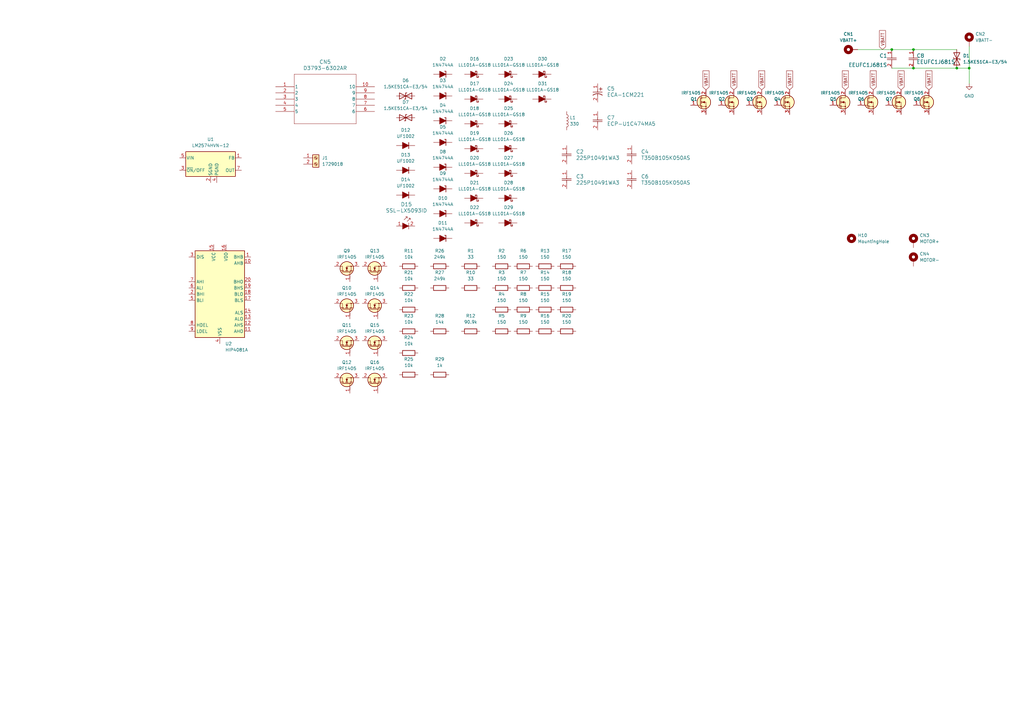
<source format=kicad_sch>
(kicad_sch (version 20230121) (generator eeschema)
  (paper "A3")
  (lib_symbols
    (symbol "C1,8:EEUFC1J681S" (pin_names (offset 0.254))
      (property "Reference" "C" (at 3.81 3.81 0))
      (property "Value" "EEUFC1J681S" (at 3.81 -3.81 0))
      (symbol "EEUFC1J681S_1_1"
        (polyline (pts (xy 2.54 0) (xy 3.4798 0)) (stroke (width 0.2032)))
        (polyline (pts (xy 3.4798 -1.905) (xy 3.4798 1.905)) (stroke (width 0.2032)))
        (polyline (pts (xy 4.1148 -1.905) (xy 4.1148 1.905)) (stroke (width 0.2032)))
        (polyline (pts (xy 4.1148 0) (xy 5.08 0)) (stroke (width 0.2032)))
        (pin unspecified line (at 0 0 0) (length 2.54) (name "") (number "1"))
        (pin unspecified line (at 7.62 0 180) (length 2.54) (name "") (number "2"))
      )
      (symbol "EEUFC1J681S_1_2"
        (polyline (pts (xy -1.905 -4.1148) (xy 1.905 -4.1148)) (stroke (width 0.2032)))
        (polyline (pts (xy -1.905 -3.4798) (xy 1.905 -3.4798)) (stroke (width 0.2032)))
        (polyline (pts (xy 0 -4.1148) (xy 0 -5.08)) (stroke (width 0.2032)))
        (polyline (pts (xy 0 -2.54) (xy 0 -3.4798)) (stroke (width 0.2032)))
        (pin unspecified line (at 0 0 270) (length 2.54) (name "") (number "1"))
        (pin unspecified line (at 0 -7.62 90) (length 2.54) (name "") (number "2"))
      )
    )
    (symbol "C2,3:225P10491WA3" (pin_names (offset 0.254))
      (property "Reference" "C" (at 3.81 3.81 0))
      (property "Value" "225P10491WA3" (at 3.81 -3.81 0))
      (symbol "225P10491WA3_1_1"
        (polyline (pts (xy 2.54 0) (xy 3.4798 0)) (stroke (width 0.2032)))
        (polyline (pts (xy 3.4798 -1.905) (xy 3.4798 1.905)) (stroke (width 0.2032)))
        (polyline (pts (xy 4.1148 -1.905) (xy 4.1148 1.905)) (stroke (width 0.2032)))
        (polyline (pts (xy 4.1148 0) (xy 5.08 0)) (stroke (width 0.2032)))
        (pin unspecified line (at 0 0 0) (length 2.54) (name "") (number "1"))
        (pin unspecified line (at 7.62 0 180) (length 2.54) (name "") (number "2"))
      )
      (symbol "225P10491WA3_1_2"
        (polyline (pts (xy -1.905 -4.1148) (xy 1.905 -4.1148)) (stroke (width 0.2032)))
        (polyline (pts (xy -1.905 -3.4798) (xy 1.905 -3.4798)) (stroke (width 0.2032)))
        (polyline (pts (xy 0 -4.1148) (xy 0 -5.08)) (stroke (width 0.2032)))
        (polyline (pts (xy 0 -2.54) (xy 0 -3.4798)) (stroke (width 0.2032)))
        (pin unspecified line (at 0 0 270) (length 2.54) (name "") (number "1"))
        (pin unspecified line (at 0 -7.62 90) (length 2.54) (name "") (number "2"))
      )
    )
    (symbol "C4,6:T350B105K050AS" (pin_names (offset 0.254))
      (property "Reference" "C" (at 3.81 3.81 0))
      (property "Value" "T350B105K050AS" (at 3.81 -3.81 0))
      (symbol "T350B105K050AS_1_1"
        (polyline (pts (xy 2.54 0) (xy 3.4798 0)) (stroke (width 0.2032)))
        (polyline (pts (xy 3.4798 -1.905) (xy 3.4798 1.905)) (stroke (width 0.2032)))
        (polyline (pts (xy 4.1148 -1.905) (xy 4.1148 1.905)) (stroke (width 0.2032)))
        (polyline (pts (xy 4.1148 0) (xy 5.08 0)) (stroke (width 0.2032)))
        (pin unspecified line (at 0 0 0) (length 2.54) (name "") (number "1"))
        (pin unspecified line (at 7.62 0 180) (length 2.54) (name "") (number "2"))
      )
      (symbol "T350B105K050AS_1_2"
        (polyline (pts (xy -1.905 -4.1148) (xy 1.905 -4.1148)) (stroke (width 0.2032)))
        (polyline (pts (xy -1.905 -3.4798) (xy 1.905 -3.4798)) (stroke (width 0.2032)))
        (polyline (pts (xy 0 -4.1148) (xy 0 -5.08)) (stroke (width 0.2032)))
        (polyline (pts (xy 0 -2.54) (xy 0 -3.4798)) (stroke (width 0.2032)))
        (pin unspecified line (at 0 0 270) (length 2.54) (name "") (number "1"))
        (pin unspecified line (at 0 -7.62 90) (length 2.54) (name "") (number "2"))
      )
    )
    (symbol "C5:ECA-1CM221" (pin_names (offset 0.254))
      (property "Reference" "C" (at 3.81 3.81 0))
      (property "Value" "ECA-1CM221" (at 3.81 -3.81 0))
      (symbol "ECA-1CM221_1_1"
        (polyline (pts (xy 1.5748 1.27) (xy 2.8448 1.27)) (stroke (width 0.2032)))
        (polyline (pts (xy 2.2098 0.635) (xy 2.2098 1.905)) (stroke (width 0.2032)))
        (polyline (pts (xy 2.54 0) (xy 3.4798 0)) (stroke (width 0.2032)))
        (polyline (pts (xy 3.4798 -1.905) (xy 3.4798 1.905)) (stroke (width 0.2032)))
        (polyline (pts (xy 4.1148 0) (xy 5.08 0)) (stroke (width 0.2032)))
        (arc (start 4.7541 1.9108) (mid 4.1148 0) (end 4.7541 -1.9108) (stroke (width 0.254)))
        (pin unspecified line (at 0 0 0) (length 2.54) (name "") (number "1"))
        (pin unspecified line (at 7.62 0 180) (length 2.54) (name "") (number "2"))
      )
      (symbol "ECA-1CM221_1_2"
        (polyline (pts (xy -1.905 -3.4798) (xy 1.905 -3.4798)) (stroke (width 0.2032)))
        (polyline (pts (xy 0 -4.1148) (xy 0 -5.08)) (stroke (width 0.2032)))
        (polyline (pts (xy 0 -2.54) (xy 0 -3.4798)) (stroke (width 0.2032)))
        (polyline (pts (xy 0.635 -2.2098) (xy 1.905 -2.2098)) (stroke (width 0.2032)))
        (polyline (pts (xy 1.27 -1.5748) (xy 1.27 -2.8448)) (stroke (width 0.2032)))
        (arc (start 1.9108 -4.7541) (mid 0 -4.1148) (end -1.9108 -4.7541) (stroke (width 0.254)))
        (pin unspecified line (at 0 0 270) (length 2.54) (name "1") (number "1"))
        (pin unspecified line (at 0 -7.62 90) (length 2.54) (name "2") (number "2"))
      )
    )
    (symbol "C7:ECP-U1C474MA5" (pin_names (offset 0.254))
      (property "Reference" "C" (at 3.81 3.81 0))
      (property "Value" "ECP-U1C474MA5" (at 3.81 -3.81 0))
      (symbol "ECP-U1C474MA5_1_1"
        (polyline (pts (xy 2.54 0) (xy 3.4798 0)) (stroke (width 0.2032)))
        (polyline (pts (xy 3.4798 -1.905) (xy 3.4798 1.905)) (stroke (width 0.2032)))
        (polyline (pts (xy 4.1148 -1.905) (xy 4.1148 1.905)) (stroke (width 0.2032)))
        (polyline (pts (xy 4.1148 0) (xy 5.08 0)) (stroke (width 0.2032)))
        (pin unspecified line (at 0 0 0) (length 2.54) (name "") (number "1"))
        (pin unspecified line (at 7.62 0 180) (length 2.54) (name "") (number "2"))
      )
      (symbol "ECP-U1C474MA5_1_2"
        (polyline (pts (xy -1.905 -4.1148) (xy 1.905 -4.1148)) (stroke (width 0.2032)))
        (polyline (pts (xy -1.905 -3.4798) (xy 1.905 -3.4798)) (stroke (width 0.2032)))
        (polyline (pts (xy 0 -4.1148) (xy 0 -5.08)) (stroke (width 0.2032)))
        (polyline (pts (xy 0 -2.54) (xy 0 -3.4798)) (stroke (width 0.2032)))
        (pin unspecified line (at 0 0 270) (length 2.54) (name "") (number "1"))
        (pin unspecified line (at 0 -7.62 90) (length 2.54) (name "") (number "2"))
      )
    )
    (symbol "CN5:D3793-6302AR" (pin_names (offset 0.254))
      (property "Reference" "U" (at 20.32 10.16 0))
      (property "Value" "D3793-6302AR" (at 20.32 7.62 0))
      (symbol "D3793-6302AR_0_1"
        (polyline (pts (xy 7.62 -15.24) (xy 33.02 -15.24)) (stroke (width 0.127)))
        (polyline (pts (xy 7.62 5.08) (xy 7.62 -15.24)) (stroke (width 0.127)))
        (polyline (pts (xy 33.02 -15.24) (xy 33.02 5.08)) (stroke (width 0.127)))
        (polyline (pts (xy 33.02 5.08) (xy 7.62 5.08)) (stroke (width 0.127)))
        (pin unspecified line (at 0 0 0) (length 7.62) (name "1") (number "1"))
        (pin unspecified line (at 40.64 0 180) (length 7.62) (name "10") (number "10"))
        (pin unspecified line (at 0 -2.54 0) (length 7.62) (name "2") (number "2"))
        (pin unspecified line (at 0 -5.08 0) (length 7.62) (name "3") (number "3"))
        (pin unspecified line (at 0 -7.62 0) (length 7.62) (name "4") (number "4"))
        (pin unspecified line (at 0 -10.16 0) (length 7.62) (name "5") (number "5"))
        (pin unspecified line (at 40.64 -10.16 180) (length 7.62) (name "6") (number "6"))
        (pin unspecified line (at 40.64 -7.62 180) (length 7.62) (name "7") (number "7"))
        (pin unspecified line (at 40.64 -5.08 180) (length 7.62) (name "8") (number "8"))
        (pin unspecified line (at 40.64 -2.54 180) (length 7.62) (name "9") (number "9"))
      )
    )
    (symbol "Connector:Screw_Terminal_01x02" (pin_names (offset 1.016) hide)
      (property "Reference" "J" (at 0 2.54 0))
      (property "Value" "Screw_Terminal_01x02" (at 0 -5.08 0))
      (symbol "Screw_Terminal_01x02_1_1"
        (rectangle (start -1.27 1.27) (end 1.27 -3.81) (stroke (width 0.254)) (fill (type background)))
        (circle (center 0 -2.54) (radius 0.635) (stroke (width 0.1524)))
        (polyline (pts (xy -0.5334 -2.2098) (xy 0.3302 -3.048)) (stroke (width 0.1524)))
        (polyline (pts (xy -0.5334 0.3302) (xy 0.3302 -0.508)) (stroke (width 0.1524)))
        (polyline (pts (xy -0.3556 -2.032) (xy 0.508 -2.8702)) (stroke (width 0.1524)))
        (polyline (pts (xy -0.3556 0.508) (xy 0.508 -0.3302)) (stroke (width 0.1524)))
        (circle (center 0 0) (radius 0.635) (stroke (width 0.1524)))
        (pin passive line (at -5.08 0 0) (length 3.81) (name "Pin_1") (number "1"))
        (pin passive line (at -5.08 -2.54 0) (length 3.81) (name "Pin_2") (number "2"))
      )
    )
    (symbol "Device:L" (pin_numbers hide) (pin_names (offset 1.016) hide)
      (property "Reference" "L" (at -1.27 0 90))
      (property "Value" "L" (at 1.905 0 90))
      (symbol "L_0_1"
        (arc (start 0 -2.54) (mid 0.6323 -1.905) (end 0 -1.27))
        (arc (start 0 -1.27) (mid 0.6323 -0.635) (end 0 0))
        (arc (start 0 0) (mid 0.6323 0.635) (end 0 1.27))
        (arc (start 0 1.27) (mid 0.6323 1.905) (end 0 2.54))
      )
      (symbol "L_1_1"
        (pin passive line (at 0 3.81 270) (length 1.27) (name "1") (number "1"))
        (pin passive line (at 0 -3.81 90) (length 1.27) (name "2") (number "2"))
      )
    )
    (symbol "Device:R" (pin_numbers hide) (pin_names (offset 0))
      (property "Reference" "R" (at 2.032 0 90))
      (property "Value" "R" (at 0 0 90))
      (symbol "R_0_1"
        (rectangle (start -1.016 -2.54) (end 1.016 2.54) (stroke (width 0.254)))
      )
      (symbol "R_1_1"
        (pin passive line (at 0 3.81 270) (length 1.27) (name "~") (number "1"))
        (pin passive line (at 0 -3.81 90) (length 1.27) (name "~") (number "2"))
      )
    )
    (symbol "Diode:1.5KExxCA" (pin_numbers hide) (pin_names (offset 1.016) hide)
      (property "Reference" "D" (at 0 2.54 0))
      (property "Value" "1.5KExxCA" (at 0 -2.54 0))
      (symbol "1.5KExxCA_0_1"
        (polyline (pts (xy 1.27 0) (xy -1.27 0)))
        (polyline (pts (xy -2.54 -1.27) (xy 0 0) (xy -2.54 1.27) (xy -2.54 -1.27)) (stroke (width 0.254)))
        (polyline (pts (xy 0.508 1.27) (xy 0 1.27) (xy 0 -1.27) (xy -0.508 -1.27)) (stroke (width 0.254)))
        (polyline (pts (xy 2.54 1.27) (xy 2.54 -1.27) (xy 0 0) (xy 2.54 1.27)) (stroke (width 0.254)))
      )
      (symbol "1.5KExxCA_1_1"
        (pin passive line (at -3.81 0 0) (length 2.54) (name "A1") (number "1"))
        (pin passive line (at 3.81 0 180) (length 2.54) (name "A2") (number "2"))
      )
    )
    (symbol "Diode_AKL:PR1002" (pin_numbers hide) (pin_names (offset 1.016) hide)
      (property "Reference" "D" (at 0 5.08 0))
      (property "Value" "PR1002" (at 0 2.54 0))
      (symbol "PR1002_0_1"
        (polyline (pts (xy -1.27 0) (xy 1.27 0)))
        (polyline (pts (xy 1.27 1.27) (xy 1.27 -1.27)) (stroke (width 0.254)))
        (polyline (pts (xy -1.27 1.27) (xy -1.27 -1.27) (xy 1.27 0) (xy -1.27 1.27)) (stroke (width 0.254)) (fill (type outline)))
      )
      (symbol "PR1002_1_1"
        (pin passive line (at 3.81 0 180) (length 2.54) (name "K") (number "1"))
        (pin passive line (at -3.81 0 0) (length 2.54) (name "A") (number "2"))
      )
    )
    (symbol "Diode_Schottky_AKL:LL101A" (pin_numbers hide) (pin_names (offset 1.016) hide)
      (property "Reference" "D" (at 0 5.08 0))
      (property "Value" "LL101A" (at 0 2.54 0))
      (symbol "LL101A_0_1"
        (polyline (pts (xy -1.27 0) (xy 1.27 0)))
        (polyline (pts (xy -1.27 -1.27) (xy -1.27 1.27) (xy 1.27 0) (xy -1.27 -1.27)) (stroke (width 0.254)) (fill (type outline)))
        (polyline (pts (xy 1.905 -0.635) (xy 1.905 -1.27) (xy 1.27 -1.27) (xy 1.27 1.27) (xy 0.635 1.27) (xy 0.635 0.635)) (stroke (width 0.254)))
      )
      (symbol "LL101A_1_1"
        (pin passive line (at 3.81 0 180) (length 2.54) (name "K") (number "1"))
        (pin passive line (at -3.81 0 0) (length 2.54) (name "A") (number "2"))
      )
    )
    (symbol "Diode_Zener_AKL:1N4744" (pin_numbers hide) (pin_names (offset 1.016) hide)
      (property "Reference" "DZ" (at 0 5.08 0))
      (property "Value" "1N4744" (at 0 2.54 0))
      (symbol "1N4744_0_1"
        (polyline (pts (xy -1.27 0) (xy 1.27 0)))
        (polyline (pts (xy 1.27 1.27) (xy 0.762 1.27)) (stroke (width 0.254)))
        (polyline (pts (xy 1.27 1.27) (xy 1.27 -1.27)) (stroke (width 0.254)))
        (polyline (pts (xy -1.27 -1.27) (xy -1.27 1.27) (xy 1.27 0) (xy -1.27 -1.27)) (stroke (width 0.254)) (fill (type outline)))
      )
      (symbol "1N4744_1_1"
        (pin passive line (at 3.81 0 180) (length 2.54) (name "K") (number "1"))
        (pin passive line (at -3.81 0 0) (length 2.54) (name "A") (number "2"))
      )
    )
    (symbol "Driver_FET:HIP4081A"
      (property "Reference" "U" (at 5.08 21.59 0))
      (property "Value" "HIP4081A" (at 5.08 19.05 0))
      (symbol "HIP4081A_0_1"
        (rectangle (start -10.16 -17.78) (end 10.16 17.78) (stroke (width 0.254)) (fill (type background)))
      )
      (symbol "HIP4081A_1_1"
        (pin input line (at 12.7 15.24 180) (length 2.54) (name "BHB") (number "1"))
        (pin input line (at 12.7 12.7 180) (length 2.54) (name "AHB") (number "10"))
        (pin output line (at 12.7 -15.24 180) (length 2.54) (name "AHO") (number "11"))
        (pin passive line (at 12.7 -12.7 180) (length 2.54) (name "AHS") (number "12"))
        (pin output line (at 12.7 -10.16 180) (length 2.54) (name "ALO") (number "13"))
        (pin passive line (at 12.7 -7.62 180) (length 2.54) (name "ALS") (number "14"))
        (pin power_in line (at -2.54 20.32 270) (length 2.54) (name "VCC") (number "15"))
        (pin power_in line (at 2.54 20.32 270) (length 2.54) (name "VDD") (number "16"))
        (pin passive line (at 12.7 -2.54 180) (length 2.54) (name "BLS") (number "17"))
        (pin output line (at 12.7 0 180) (length 2.54) (name "BLO") (number "18"))
        (pin passive line (at 12.7 2.54 180) (length 2.54) (name "BHS") (number "19"))
        (pin input line (at -12.7 0 0) (length 2.54) (name "BHI") (number "2"))
        (pin output line (at 12.7 5.08 180) (length 2.54) (name "BHO") (number "20"))
        (pin output line (at -12.7 15.24 0) (length 2.54) (name "DIS") (number "3"))
        (pin power_in line (at 0 -20.32 90) (length 2.54) (name "VSS") (number "4"))
        (pin input line (at -12.7 -2.54 0) (length 2.54) (name "BLI") (number "5"))
        (pin input line (at -12.7 2.54 0) (length 2.54) (name "ALI") (number "6"))
        (pin input line (at -12.7 5.08 0) (length 2.54) (name "AHI") (number "7"))
        (pin passive line (at -12.7 -12.7 0) (length 2.54) (name "HDEL") (number "8"))
        (pin passive line (at -12.7 -15.24 0) (length 2.54) (name "LDEL") (number "9"))
      )
    )
    (symbol "Mechanical:MountingHole" (pin_names (offset 1.016))
      (property "Reference" "H" (at 0 5.08 0))
      (property "Value" "MountingHole" (at 0 3.175 0))
      (symbol "MountingHole_0_1"
        (circle (center 0 0) (radius 1.27) (stroke (width 1.27)))
      )
    )
    (symbol "Mechanical:MountingHole_Pad" (pin_numbers hide) (pin_names (offset 1.016) hide)
      (property "Reference" "H" (at 0 6.35 0))
      (property "Value" "MountingHole_Pad" (at 0 4.445 0))
      (symbol "MountingHole_Pad_0_1"
        (circle (center 0 1.27) (radius 1.27) (stroke (width 1.27)))
      )
      (symbol "MountingHole_Pad_1_1"
        (pin input line (at 0 -2.54 90) (length 2.54) (name "1") (number "1"))
      )
    )
    (symbol "Regulator_Switching:LM2574HVN-12" (pin_names (offset 0.254))
      (property "Reference" "U" (at -10.16 6.35 0))
      (property "Value" "LM2574HVN-12" (at 0 6.35 0))
      (symbol "LM2574HVN-12_0_1"
        (rectangle (start -10.16 5.08) (end 10.16 -5.08) (stroke (width 0.254)) (fill (type background)))
      )
      (symbol "LM2574HVN-12_1_1"
        (pin input line (at 12.7 2.54 180) (length 2.54) (name "FB") (number "1"))
        (pin power_in line (at 0 -7.62 90) (length 2.54) (name "SGND") (number "2"))
        (pin input line (at -12.7 -2.54 0) (length 2.54) (name "~{ON}/OFF") (number "3"))
        (pin power_in line (at 2.54 -7.62 90) (length 2.54) (name "PGND") (number "4"))
        (pin power_in line (at -12.7 2.54 0) (length 2.54) (name "VIN") (number "5"))
        (pin no_connect line (at -10.16 0 0) (length 2.54) hide (name "NC") (number "6"))
        (pin output line (at 12.7 -2.54 180) (length 2.54) (name "OUT") (number "7"))
        (pin no_connect line (at 10.16 0 180) (length 2.54) hide (name "NC") (number "8"))
      )
    )
    (symbol "Transistor_MOSFET_AKL:IRF1405" (pin_names hide)
      (property "Reference" "Q" (at 5.08 1.27 0))
      (property "Value" "IRF1405" (at 5.08 -1.27 0))
      (symbol "IRF1405_0_1"
        (polyline (pts (xy 0.254 -1.27) (xy -2.54 -1.27)))
        (polyline (pts (xy 0.254 1.905) (xy 0.254 -1.905)) (stroke (width 0.254)))
        (polyline (pts (xy 0.762 -1.778) (xy 2.54 -1.778)))
        (polyline (pts (xy 0.762 -1.27) (xy 0.762 -2.286)) (stroke (width 0.254)))
        (polyline (pts (xy 0.762 0.508) (xy 0.762 -0.508)) (stroke (width 0.254)))
        (polyline (pts (xy 0.762 2.286) (xy 0.762 1.27)) (stroke (width 0.254)))
        (polyline (pts (xy 2.54 1.778) (xy 0.762 1.778)))
        (polyline (pts (xy 2.54 2.54) (xy 2.54 1.778)))
        (polyline (pts (xy 2.54 -2.54) (xy 2.54 0) (xy 0.762 0)))
        (polyline (pts (xy 1.016 0) (xy 2.032 0.381) (xy 2.032 -0.381) (xy 1.016 0)) (fill (type outline)))
        (circle (center 1.651 0) (radius 2.794) (stroke (width 0.254)) (fill (type background)))
        (circle (center 2.54 -1.778) (radius 0.1778) (fill (type outline)))
      )
      (symbol "IRF1405_1_1"
        (pin input line (at -3.81 -1.27 0) (length 2.54) (name "G") (number "1"))
        (pin passive line (at 2.54 5.08 270) (length 2.54) (name "D") (number "2"))
        (pin passive line (at 2.54 -5.08 90) (length 2.54) (name "S") (number "3"))
      )
    )
    (symbol "dk_LED-Indication-Discrete:SSL-LX5093PC" (pin_names (offset 0))
      (property "Reference" "D" (at -3.81 3.81 0))
      (property "Value" "SSL-LX5093PC" (at -1.27 -3.81 0))
      (symbol "SSL-LX5093PC_0_1"
        (polyline (pts (xy -0.635 3.81) (xy -1.905 2.54)))
        (polyline (pts (xy 0 1.27) (xy 0 -1.27)))
        (polyline (pts (xy 0.635 3.175) (xy -0.635 1.905)))
        (polyline (pts (xy -1.27 3.81) (xy -0.635 3.81) (xy -0.635 3.175)))
        (polyline (pts (xy 0 3.175) (xy 0.635 3.175) (xy 0.635 2.54)))
        (polyline (pts (xy -2.54 1.27) (xy -2.54 -1.27) (xy 0 0) (xy -2.54 1.27)) (fill (type outline)))
      )
      (symbol "SSL-LX5093PC_1_1"
        (pin passive line (at -5.08 0 0) (length 2.54) (name "~") (number "1"))
        (pin passive line (at 2.54 0 180) (length 2.54) (name "~") (number "2"))
      )
    )
    (symbol "power:GND" (power) (pin_names (offset 0))
      (property "Value" "GND" (at 0 -3.81 0))
      (symbol "GND_0_1"
        (polyline (pts (xy 0 0) (xy 0 -1.27) (xy 1.27 -1.27) (xy 0 -2.54) (xy -1.27 -1.27) (xy 0 -1.27)))
      )
      (symbol "GND_1_1"
        (pin power_in line (at 0 0 270) (length 0) hide (name "GND") (number "1"))
      )
    )
  )
  (junction (at 374.65 20.32))
  (junction (at 374.65 27.94))
  (junction (at 392.43 27.94))
  (junction (at 365.76 20.32))
  (junction (at 397.51 27.94))
  (wire (pts (xy 365.76 20.32) (xy 374.65 20.32)))
  (wire (pts (xy 397.51 27.94) (xy 397.51 19.05)))
  (wire (pts (xy 374.65 27.94) (xy 392.43 27.94)))
  (wire (pts (xy 351.79 20.32) (xy 365.76 20.32)))
  (wire (pts (xy 365.76 27.94) (xy 374.65 27.94)))
  (wire (pts (xy 397.51 34.29) (xy 397.51 27.94)))
  (wire (pts (xy 374.65 20.32) (xy 392.43 20.32)))
  (wire (pts (xy 392.43 27.94) (xy 397.51 27.94)))
  (global_label "VBATT" (shape input) (at 369.57 36.83 90) (property "Intersheetrefs" "${INTERSHEET_REFS}" (effects hide)))
  (global_label "VBATT" (shape input) (at 346.71 36.83 90) (property "Intersheetrefs" "${INTERSHEET_REFS}" (effects hide)))
  (global_label "VBATT" (shape input) (at 312.42 36.83 90) (property "Intersheetrefs" "${INTERSHEET_REFS}" (effects hide)))
  (global_label "VBATT" (shape input) (at 300.99 36.83 90) (property "Intersheetrefs" "${INTERSHEET_REFS}" (effects hide)))
  (global_label "VBATT" (shape input) (at 289.56 36.83 90) (property "Intersheetrefs" "${INTERSHEET_REFS}" (effects hide)))
  (global_label "VBATT" (shape input) (at 361.95 20.32 90) (property "Intersheetrefs" "${INTERSHEET_REFS}" (effects hide)))
  (global_label "VBATT" (shape input) (at 323.85 36.83 90) (property "Intersheetrefs" "${INTERSHEET_REFS}" (effects hide)))
  (global_label "VBATT" (shape input) (at 358.14 36.83 90) (property "Intersheetrefs" "${INTERSHEET_REFS}" (effects hide)))
  (global_label "VBATT" (shape input) (at 381 36.83 90) (property "Intersheetrefs" "${INTERSHEET_REFS}" (effects hide)))
  (symbol (lib_id "power:GND") (at 397.51 34.29 0) (unit 1)
    (property "Reference" "#PWR01" (effects hide))
    (property "Value" "GND" (at 397.51 39.37 0))
  )
  (symbol (lib_id "C5:ECA-1CM221") (at 245.11 34.29 270) (unit 1)
    (property "Reference" "C5" (at 248.92 36.3474 90) (effects (font (size 1.524 1.524)) (justify left)))
    (property "Value" "ECA-1CM221" (at 248.92 38.8874 90) (effects (font (size 1.524 1.524)) (justify left)))
    (property "Footprint" "PCAP_63x112_PAN" (effects hide))
    (property "Datasheet" "ECA-1CM221" (effects hide))
  )
  (symbol (lib_id "C2,3:225P10491WA3") (at 232.41 59.69 270) (unit 1)
    (property "Reference" "C2" (at 236.22 62.23 90) (effects (font (size 1.524 1.524)) (justify left)))
    (property "Value" "225P10491WA3" (at 236.22 64.77 90) (effects (font (size 1.524 1.524)) (justify left)))
    (property "Footprint" "CAP_225P_WA_0.70X0.40X0.55_CND" (effects hide))
    (property "Datasheet" "225P10491WA3" (effects hide))
  )
  (symbol (lib_id "Transistor_MOSFET_AKL:IRF1405") (at 153.67 142.24 90) (unit 1)
    (property "Reference" "Q15" (at 153.67 133.35 90))
    (property "Value" "IRF1405" (at 153.67 135.89 90))
    (property "Footprint" "Package_TO_SOT_THT_AKL:TO-220-3_Vertical_GDS" (effects hide))
    (property "Datasheet" "https://www.tme.eu/Document/5d03459d5e32429fc7bb326296c569be/irf1405.pdf" (effects hide))
  )
  (symbol (lib_id "Transistor_MOSFET_AKL:IRF1405") (at 367.03 41.91 0) (unit 1)
    (property "Reference" "Q7" (at 363.22 40.64 0) (effects (justify left)))
    (property "Value" "IRF1405" (at 359.41 38.1 0) (effects (justify left)))
    (property "Footprint" "Package_TO_SOT_THT_AKL:TO-220-3_Vertical_GDS" (effects hide))
    (property "Datasheet" "https://www.tme.eu/Document/5d03459d5e32429fc7bb326296c569be/irf1405.pdf" (effects hide))
  )
  (symbol (lib_id "Device:R") (at 193.04 109.22 90) (unit 1)
    (property "Reference" "R1" (at 193.04 102.87 90))
    (property "Value" "33" (at 193.04 105.41 90))
  )
  (symbol (lib_id "Diode_Schottky_AKL:LL101A") (at 208.28 81.28 0) (unit 1)
    (property "Reference" "D28" (at 208.5975 74.93 0))
    (property "Value" "LL101A-GS18" (at 208.5975 77.47 0))
    (property "Footprint" "Diode_SMD_AKL:D_MiniMELF" (effects hide))
    (property "Datasheet" "https://www.vishay.com/docs/85626/ll101a.pdf" (effects hide))
  )
  (symbol (lib_id "Device:R") (at 205.74 127 90) (unit 1)
    (property "Reference" "R4" (at 205.74 120.65 90))
    (property "Value" "150" (at 205.74 123.19 90))
  )
  (symbol (lib_id "Device:R") (at 214.63 127 90) (unit 1)
    (property "Reference" "R8" (at 214.63 120.65 90))
    (property "Value" "150" (at 214.63 123.19 90))
  )
  (symbol (lib_id "Device:R") (at 167.64 135.89 90) (unit 1)
    (property "Reference" "R23" (at 167.64 129.54 90))
    (property "Value" "10k" (at 167.64 132.08 90))
  )
  (symbol (lib_id "Diode_Schottky_AKL:LL101A") (at 222.25 30.48 0) (unit 1)
    (property "Reference" "D30" (at 222.5675 24.13 0))
    (property "Value" "LL101A-GS18" (at 222.5675 26.67 0))
    (property "Footprint" "Diode_SMD_AKL:D_MiniMELF" (effects hide))
    (property "Datasheet" "https://www.vishay.com/docs/85626/ll101a.pdf" (effects hide))
  )
  (symbol (lib_id "Device:R") (at 223.52 118.11 90) (unit 1)
    (property "Reference" "R14" (at 223.52 111.76 90))
    (property "Value" "150" (at 223.52 114.3 90))
  )
  (symbol (lib_id "Device:R") (at 180.34 153.67 90) (unit 1)
    (property "Reference" "R29" (at 180.34 147.32 90))
    (property "Value" "1k" (at 180.34 149.86 90))
  )
  (symbol (lib_id "Transistor_MOSFET_AKL:IRF1405") (at 153.67 127 90) (unit 1)
    (property "Reference" "Q14" (at 153.67 118.11 90))
    (property "Value" "IRF1405" (at 153.67 120.65 90))
    (property "Footprint" "Package_TO_SOT_THT_AKL:TO-220-3_Vertical_GDS" (effects hide))
    (property "Datasheet" "https://www.tme.eu/Document/5d03459d5e32429fc7bb326296c569be/irf1405.pdf" (effects hide))
  )
  (symbol (lib_id "Transistor_MOSFET_AKL:IRF1405") (at 142.24 142.24 90) (unit 1)
    (property "Reference" "Q11" (at 142.24 133.35 90))
    (property "Value" "IRF1405" (at 142.24 135.89 90))
    (property "Footprint" "Package_TO_SOT_THT_AKL:TO-220-3_Vertical_GDS" (effects hide))
    (property "Datasheet" "https://www.tme.eu/Document/5d03459d5e32429fc7bb326296c569be/irf1405.pdf" (effects hide))
  )
  (symbol (lib_id "Device:R") (at 167.64 118.11 90) (unit 1)
    (property "Reference" "R21" (at 167.64 111.76 90))
    (property "Value" "10k" (at 167.64 114.3 90))
  )
  (symbol (lib_id "Device:R") (at 193.04 135.89 90) (unit 1)
    (property "Reference" "R12" (at 193.04 129.54 90))
    (property "Value" "90.9k" (at 193.04 132.08 90))
  )
  (symbol (lib_id "Device:R") (at 180.34 118.11 90) (unit 1)
    (property "Reference" "R27" (at 180.34 111.76 90))
    (property "Value" "249k" (at 180.34 114.3 90))
  )
  (symbol (lib_id "C4,6:T350B105K050AS") (at 259.08 69.85 270) (unit 1)
    (property "Reference" "C6" (at 262.89 72.39 90) (effects (font (size 1.524 1.524)) (justify left)))
    (property "Value" "T350B105K050AS" (at 262.89 74.93 90) (effects (font (size 1.524 1.524)) (justify left)))
    (property "Footprint" "CAP_T350B_4p5X4p5-2p54_KEM" (effects hide))
    (property "Datasheet" "T350B105K050AS" (effects hide))
  )
  (symbol (lib_id "Device:R") (at 232.41 109.22 90) (unit 1)
    (property "Reference" "R17" (at 232.41 102.87 90))
    (property "Value" "150" (at 232.41 105.41 90))
  )
  (symbol (lib_id "Diode_Zener_AKL:1N4744") (at 181.61 97.79 0) (unit 1)
    (property "Reference" "D11" (at 181.61 91.44 0))
    (property "Value" "1N4744A" (at 181.61 93.98 0))
    (property "Footprint" "Diode_THT_AKL:D_DO-41_SOD81_P7.62mm_Horizontal_Zener" (effects hide))
    (property "Datasheet" "https://www.tme.eu/Document/0ec771a1264cb7f2aef89c89242989dc/1N47xxA.PDF" (effects hide))
  )
  (symbol (lib_id "Mechanical:MountingHole_Pad") (at 349.25 20.32 90) (unit 1)
    (property "Reference" "CN1" (at 347.98 13.97 90))
    (property "Value" "VBATT+" (at 347.98 16.51 90))
  )
  (symbol (lib_id "Connector:Screw_Terminal_01x02") (at 129.54 64.77 0) (unit 1)
    (property "Reference" "J1" (at 132.08 64.77 0) (effects (justify left)))
    (property "Value" "1729018\n" (at 132.08 67.31 0) (effects (justify left)))
    (property "Footprint" "TerminalBlock_Phoenix:TerminalBlock_Phoenix_MKDS-1,5-2_1x02_P5.00mm_Horizontal" (effects hide))
  )
  (symbol (lib_id "Device:R") (at 180.34 135.89 90) (unit 1)
    (property "Reference" "R28" (at 180.34 129.54 90))
    (property "Value" "14k" (at 180.34 132.08 90))
  )
  (symbol (lib_id "Diode_Zener_AKL:1N4744") (at 181.61 77.47 0) (unit 1)
    (property "Reference" "D9" (at 181.61 71.12 0))
    (property "Value" "1N4744A" (at 181.61 73.66 0))
    (property "Footprint" "Diode_THT_AKL:D_DO-41_SOD81_P7.62mm_Horizontal_Zener" (effects hide))
    (property "Datasheet" "https://www.tme.eu/Document/0ec771a1264cb7f2aef89c89242989dc/1N47xxA.PDF" (effects hide))
  )
  (symbol (lib_id "Diode_Schottky_AKL:LL101A") (at 194.31 30.48 0) (unit 1)
    (property "Reference" "D16" (at 194.6275 24.13 0))
    (property "Value" "LL101A-GS18" (at 194.6275 26.67 0))
    (property "Footprint" "Diode_SMD_AKL:D_MiniMELF" (effects hide))
    (property "Datasheet" "https://www.vishay.com/docs/85626/ll101a.pdf" (effects hide))
  )
  (symbol (lib_id "Regulator_Switching:LM2574HVN-12") (at 86.36 67.31 0) (unit 1)
    (property "Reference" "U1" (at 86.36 57.15 0))
    (property "Value" "LM2574HVN-12" (at 86.36 59.69 0))
    (property "Footprint" "Package_DIP:DIP-8_W7.62mm" (effects hide))
    (property "Datasheet" "http://www.ti.com/lit/ds/symlink/lm2574.pdf" (effects hide))
  )
  (symbol (lib_id "Diode_Schottky_AKL:LL101A") (at 194.31 60.96 0) (unit 1)
    (property "Reference" "D19" (at 194.6275 54.61 0))
    (property "Value" "LL101A-GS18" (at 194.6275 57.15 0))
    (property "Footprint" "Diode_SMD_AKL:D_MiniMELF" (effects hide))
    (property "Datasheet" "https://www.vishay.com/docs/85626/ll101a.pdf" (effects hide))
  )
  (symbol (lib_id "Transistor_MOSFET_AKL:IRF1405") (at 309.88 41.91 0) (unit 1)
    (property "Reference" "Q3" (at 306.07 40.64 0) (effects (justify left)))
    (property "Value" "IRF1405" (at 302.26 38.1 0) (effects (justify left)))
    (property "Footprint" "Package_TO_SOT_THT_AKL:TO-220-3_Vertical_GDS" (effects hide))
    (property "Datasheet" "https://www.tme.eu/Document/5d03459d5e32429fc7bb326296c569be/irf1405.pdf" (effects hide))
  )
  (symbol (lib_id "Diode_Schottky_AKL:LL101A") (at 194.31 71.12 0) (unit 1)
    (property "Reference" "D20" (at 194.6275 64.77 0))
    (property "Value" "LL101A-GS18" (at 194.6275 67.31 0))
    (property "Footprint" "Diode_SMD_AKL:D_MiniMELF" (effects hide))
    (property "Datasheet" "https://www.vishay.com/docs/85626/ll101a.pdf" (effects hide))
  )
  (symbol (lib_id "Transistor_MOSFET_AKL:IRF1405") (at 344.17 41.91 0) (unit 1)
    (property "Reference" "Q5" (at 340.36 40.64 0) (effects (justify left)))
    (property "Value" "IRF1405" (at 336.55 38.1 0) (effects (justify left)))
    (property "Footprint" "Package_TO_SOT_THT_AKL:TO-220-3_Vertical_GDS" (effects hide))
    (property "Datasheet" "https://www.tme.eu/Document/5d03459d5e32429fc7bb326296c569be/irf1405.pdf" (effects hide))
  )
  (symbol (lib_id "Diode_Zener_AKL:1N4744") (at 181.61 58.42 0) (unit 1)
    (property "Reference" "D5" (at 181.61 52.07 0))
    (property "Value" "1N4744A" (at 181.61 54.61 0))
    (property "Footprint" "Diode_THT_AKL:D_DO-41_SOD81_P7.62mm_Horizontal_Zener" (effects hide))
    (property "Datasheet" "https://www.tme.eu/Document/0ec771a1264cb7f2aef89c89242989dc/1N47xxA.PDF" (effects hide))
  )
  (symbol (lib_id "Device:R") (at 223.52 109.22 90) (unit 1)
    (property "Reference" "R13" (at 223.52 102.87 90))
    (property "Value" "150" (at 223.52 105.41 90))
  )
  (symbol (lib_id "Device:R") (at 232.41 127 90) (unit 1)
    (property "Reference" "R19" (at 232.41 120.65 90))
    (property "Value" "150" (at 232.41 123.19 90))
  )
  (symbol (lib_id "Transistor_MOSFET_AKL:IRF1405") (at 153.67 157.48 90) (unit 1)
    (property "Reference" "Q16" (at 153.67 148.59 90))
    (property "Value" "IRF1405" (at 153.67 151.13 90))
    (property "Footprint" "Package_TO_SOT_THT_AKL:TO-220-3_Vertical_GDS" (effects hide))
    (property "Datasheet" "https://www.tme.eu/Document/5d03459d5e32429fc7bb326296c569be/irf1405.pdf" (effects hide))
  )
  (symbol (lib_id "Mechanical:MountingHole") (at 349.25 97.79 0) (unit 1)
    (property "Reference" "H10" (at 351.79 96.52 0) (effects (justify left)))
    (property "Value" "MountingHole" (at 351.79 99.06 0) (effects (justify left)))
  )
  (symbol (lib_id "C2,3:225P10491WA3") (at 232.41 69.85 270) (unit 1)
    (property "Reference" "C3" (at 236.22 72.39 90) (effects (font (size 1.524 1.524)) (justify left)))
    (property "Value" "225P10491WA3" (at 236.22 74.93 90) (effects (font (size 1.524 1.524)) (justify left)))
    (property "Footprint" "CAP_225P_WA_0.70X0.40X0.55_CND" (effects hide))
    (property "Datasheet" "225P10491WA3" (effects hide))
  )
  (symbol (lib_id "Diode_Schottky_AKL:LL101A") (at 208.28 91.44 0) (unit 1)
    (property "Reference" "D29" (at 208.5975 85.09 0))
    (property "Value" "LL101A-GS18" (at 208.5975 87.63 0))
    (property "Footprint" "Diode_SMD_AKL:D_MiniMELF" (effects hide))
    (property "Datasheet" "https://www.vishay.com/docs/85626/ll101a.pdf" (effects hide))
  )
  (symbol (lib_id "Device:R") (at 214.63 135.89 90) (unit 1)
    (property "Reference" "R9" (at 214.63 129.54 90))
    (property "Value" "150" (at 214.63 132.08 90))
  )
  (symbol (lib_id "dk_LED-Indication-Discrete:SSL-LX5093PC") (at 167.64 92.71 0) (unit 1)
    (property "Reference" "D15" (at 166.6875 83.82 0) (effects (font (size 1.524 1.524))))
    (property "Value" "SSL-LX5093ID" (at 166.6875 86.36 0) (effects (font (size 1.524 1.524))))
    (property "Footprint" "digikey-footprints:LED_5mm_Radial" (effects hide))
    (property "Datasheet" "https://www.lumex.com/content/files/ProductAttachment/SSL-LX5093PC.pdf" (effects hide))
    (property "Digi-Key_PN" "67-2062-ND" (effects hide))
    (property "MPN" "SSL-LX5093PC" (effects hide))
    (property "Category" "Optoelectronics" (effects hide))
    (property "Family" "LED Indication - Discrete" (effects hide))
    (property "DK_Datasheet_Link" "https://www.lumex.com/content/files/ProductAttachment/SSL-LX5093PC.pdf" (effects hide))
    (property "DK_Detail_Page" "/product-detail/en/lumex-opto-components-inc/SSL-LX5093PC/67-2062-ND/1842139" (effects hide))
    (property "Description" "LED PINK CLEAR T-1 3/4 T/H" (effects hide))
    (property "Manufacturer" "Lumex Opto/Components Inc." (effects hide))
    (property "Status" "Active" (effects hide))
  )
  (symbol (lib_id "Mechanical:MountingHole_Pad") (at 397.51 16.51 0) (unit 1)
    (property "Reference" "CN2" (at 400.05 13.97 0) (effects (justify left)))
    (property "Value" "VBATT-" (at 400.05 16.51 0) (effects (justify left)))
  )
  (symbol (lib_id "Mechanical:MountingHole_Pad") (at 374.65 106.68 0) (unit 1)
    (property "Reference" "CN4" (at 377.19 104.14 0) (effects (justify left)))
    (property "Value" "MOTOR-" (at 377.19 106.68 0) (effects (justify left)))
  )
  (symbol (lib_id "Device:R") (at 167.64 127 90) (unit 1)
    (property "Reference" "R22" (at 167.64 120.65 90))
    (property "Value" "10k" (at 167.64 123.19 90))
  )
  (symbol (lib_id "Device:R") (at 180.34 109.22 90) (unit 1)
    (property "Reference" "R26" (at 180.34 102.87 90))
    (property "Value" "249k" (at 180.34 105.41 90))
  )
  (symbol (lib_id "Diode_Schottky_AKL:LL101A") (at 208.28 30.48 0) (unit 1)
    (property "Reference" "D23" (at 208.5975 24.13 0))
    (property "Value" "LL101A-GS18" (at 208.5975 26.67 0))
    (property "Footprint" "Diode_SMD_AKL:D_MiniMELF" (effects hide))
    (property "Datasheet" "https://www.vishay.com/docs/85626/ll101a.pdf" (effects hide))
  )
  (symbol (lib_id "Transistor_MOSFET_AKL:IRF1405") (at 298.45 41.91 0) (unit 1)
    (property "Reference" "Q2" (at 294.64 40.64 0) (effects (justify left)))
    (property "Value" "IRF1405" (at 290.83 38.1 0) (effects (justify left)))
    (property "Footprint" "Package_TO_SOT_THT_AKL:TO-220-3_Vertical_GDS" (effects hide))
    (property "Datasheet" "https://www.tme.eu/Document/5d03459d5e32429fc7bb326296c569be/irf1405.pdf" (effects hide))
  )
  (symbol (lib_id "C1,8:EEUFC1J681S") (at 365.76 20.32 270) (unit 1)
    (property "Reference" "C1" (at 360.68 22.86 90) (effects (font (size 1.524 1.524)) (justify left)))
    (property "Value" "EEUFC1J681S" (at 347.98 26.67 90) (effects (font (size 1.524 1.524)) (justify left)))
    (property "Footprint" "CAP_EEUFC_18X20_PAN" (effects hide))
    (property "Datasheet" "EEUFC1J681S" (effects hide))
  )
  (symbol (lib_id "Diode:1.5KExxCA") (at 166.37 39.37 0) (unit 1)
    (property "Reference" "D6" (at 166.37 33.02 0))
    (property "Value" "1.5KE51CA-E3/54" (at 166.37 35.56 0))
    (property "Footprint" "Diode_THT:D_DO-201AE_P15.24mm_Horizontal" (effects hide))
    (property "Datasheet" "https://www.vishay.com/docs/88301/15ke.pdf" (effects hide))
  )
  (symbol (lib_id "Transistor_MOSFET_AKL:IRF1405") (at 287.02 41.91 0) (unit 1)
    (property "Reference" "Q1" (at 283.21 40.64 0) (effects (justify left)))
    (property "Value" "IRF1405" (at 279.4 38.1 0) (effects (justify left)))
    (property "Footprint" "Package_TO_SOT_THT_AKL:TO-220-3_Vertical_GDS" (effects hide))
    (property "Datasheet" "https://www.tme.eu/Document/5d03459d5e32429fc7bb326296c569be/irf1405.pdf" (effects hide))
  )
  (symbol (lib_id "Device:R") (at 223.52 135.89 90) (unit 1)
    (property "Reference" "R16" (at 223.52 129.54 90))
    (property "Value" "150" (at 223.52 132.08 90))
  )
  (symbol (lib_id "Transistor_MOSFET_AKL:IRF1405") (at 355.6 41.91 0) (unit 1)
    (property "Reference" "Q6" (at 351.79 40.64 0) (effects (justify left)))
    (property "Value" "IRF1405" (at 347.98 38.1 0) (effects (justify left)))
    (property "Footprint" "Package_TO_SOT_THT_AKL:TO-220-3_Vertical_GDS" (effects hide))
    (property "Datasheet" "https://www.tme.eu/Document/5d03459d5e32429fc7bb326296c569be/irf1405.pdf" (effects hide))
  )
  (symbol (lib_id "C4,6:T350B105K050AS") (at 259.08 59.69 270) (unit 1)
    (property "Reference" "C4" (at 262.89 62.23 90) (effects (font (size 1.524 1.524)) (justify left)))
    (property "Value" "T350B105K050AS" (at 262.89 64.77 90) (effects (font (size 1.524 1.524)) (justify left)))
    (property "Footprint" "CAP_T350B_4p5X4p5-2p54_KEM" (effects hide))
    (property "Datasheet" "T350B105K050AS" (effects hide))
  )
  (symbol (lib_id "Mechanical:MountingHole_Pad") (at 374.65 99.06 0) (unit 1)
    (property "Reference" "CN3" (at 377.19 96.52 0) (effects (justify left)))
    (property "Value" "MOTOR+" (at 377.19 99.06 0) (effects (justify left)))
  )
  (symbol (lib_id "Diode_Zener_AKL:1N4744") (at 181.61 30.48 0) (unit 1)
    (property "Reference" "D2" (at 181.61 24.13 0))
    (property "Value" "1N4744A" (at 181.61 26.67 0))
    (property "Footprint" "Diode_THT_AKL:D_DO-41_SOD81_P7.62mm_Horizontal_Zener" (effects hide))
    (property "Datasheet" "https://www.tme.eu/Document/0ec771a1264cb7f2aef89c89242989dc/1N47xxA.PDF" (effects hide))
  )
  (symbol (lib_id "Device:R") (at 205.74 135.89 90) (unit 1)
    (property "Reference" "R5" (at 205.74 129.54 90))
    (property "Value" "150" (at 205.74 132.08 90))
  )
  (symbol (lib_id "Diode:1.5KExxCA") (at 166.37 48.26 0) (unit 1)
    (property "Reference" "D7" (at 166.37 41.91 0))
    (property "Value" "1.5KE51CA-E3/54" (at 166.37 44.45 0))
    (property "Footprint" "Diode_THT:D_DO-201AE_P15.24mm_Horizontal" (effects hide))
    (property "Datasheet" "https://www.vishay.com/docs/88301/15ke.pdf" (effects hide))
  )
  (symbol (lib_id "Diode_Schottky_AKL:LL101A") (at 222.25 40.64 0) (unit 1)
    (property "Reference" "D31" (at 222.5675 34.29 0))
    (property "Value" "LL101A-GS18" (at 222.5675 36.83 0))
    (property "Footprint" "Diode_SMD_AKL:D_MiniMELF" (effects hide))
    (property "Datasheet" "https://www.vishay.com/docs/85626/ll101a.pdf" (effects hide))
  )
  (symbol (lib_id "Device:L") (at 232.41 49.53 0) (unit 1)
    (property "Reference" "L1" (at 233.68 48.26 0) (effects (justify left)))
    (property "Value" "330" (at 233.68 50.8 0) (effects (justify left)))
    (property "Part Number" "2474R-31L" (effects hide))
  )
  (symbol (lib_id "Device:R") (at 205.74 109.22 90) (unit 1)
    (property "Reference" "R2" (at 205.74 102.87 90))
    (property "Value" "150" (at 205.74 105.41 90))
  )
  (symbol (lib_id "Device:R") (at 167.64 109.22 90) (unit 1)
    (property "Reference" "R11" (at 167.64 102.87 90))
    (property "Value" "10k" (at 167.64 105.41 90))
  )
  (symbol (lib_id "Transistor_MOSFET_AKL:IRF1405") (at 153.67 111.76 90) (unit 1)
    (property "Reference" "Q13" (at 153.67 102.87 90))
    (property "Value" "IRF1405" (at 153.67 105.41 90))
    (property "Footprint" "Package_TO_SOT_THT_AKL:TO-220-3_Vertical_GDS" (effects hide))
    (property "Datasheet" "https://www.tme.eu/Document/5d03459d5e32429fc7bb326296c569be/irf1405.pdf" (effects hide))
  )
  (symbol (lib_id "Diode_Schottky_AKL:LL101A") (at 208.28 40.64 0) (unit 1)
    (property "Reference" "D24" (at 208.5975 34.29 0))
    (property "Value" "LL101A-GS18" (at 208.5975 36.83 0))
    (property "Footprint" "Diode_SMD_AKL:D_MiniMELF" (effects hide))
    (property "Datasheet" "https://www.vishay.com/docs/85626/ll101a.pdf" (effects hide))
  )
  (symbol (lib_id "Diode_Zener_AKL:1N4744") (at 181.61 39.37 0) (unit 1)
    (property "Reference" "D3" (at 181.61 33.02 0))
    (property "Value" "1N4744A" (at 181.61 35.56 0))
    (property "Footprint" "Diode_THT_AKL:D_DO-41_SOD81_P7.62mm_Horizontal_Zener" (effects hide))
    (property "Datasheet" "https://www.tme.eu/Document/0ec771a1264cb7f2aef89c89242989dc/1N47xxA.PDF" (effects hide))
  )
  (symbol (lib_id "Device:R") (at 167.64 153.67 90) (unit 1)
    (property "Reference" "R25" (at 167.64 147.32 90))
    (property "Value" "10k" (at 167.64 149.86 90))
  )
  (symbol (lib_id "Diode_Schottky_AKL:LL101A") (at 194.31 91.44 0) (unit 1)
    (property "Reference" "D22" (at 194.6275 85.09 0))
    (property "Value" "LL101A-GS18" (at 194.6275 87.63 0))
    (property "Footprint" "Diode_SMD_AKL:D_MiniMELF" (effects hide))
    (property "Datasheet" "https://www.vishay.com/docs/85626/ll101a.pdf" (effects hide))
  )
  (symbol (lib_id "Transistor_MOSFET_AKL:IRF1405") (at 142.24 127 90) (unit 1)
    (property "Reference" "Q10" (at 142.24 118.11 90))
    (property "Value" "IRF1405" (at 142.24 120.65 90))
    (property "Footprint" "Package_TO_SOT_THT_AKL:TO-220-3_Vertical_GDS" (effects hide))
    (property "Datasheet" "https://www.tme.eu/Document/5d03459d5e32429fc7bb326296c569be/irf1405.pdf" (effects hide))
  )
  (symbol (lib_id "Transistor_MOSFET_AKL:IRF1405") (at 142.24 111.76 90) (unit 1)
    (property "Reference" "Q9" (at 142.24 102.87 90))
    (property "Value" "IRF1405" (at 142.24 105.41 90))
    (property "Footprint" "Package_TO_SOT_THT_AKL:TO-220-3_Vertical_GDS" (effects hide))
    (property "Datasheet" "https://www.tme.eu/Document/5d03459d5e32429fc7bb326296c569be/irf1405.pdf" (effects hide))
  )
  (symbol (lib_id "C7:ECP-U1C474MA5") (at 245.11 45.72 270) (unit 1)
    (property "Reference" "C7" (at 248.92 48.26 90) (effects (font (size 1.524 1.524)) (justify left)))
    (property "Value" "ECP-U1C474MA5" (at 248.92 50.8 90) (effects (font (size 1.524 1.524)) (justify left)))
    (property "Footprint" "CAP_ECPUA_H3_PAN" (effects hide))
    (property "Datasheet" "ECP-U1C474MA5" (effects hide))
  )
  (symbol (lib_id "Transistor_MOSFET_AKL:IRF1405") (at 142.24 157.48 90) (unit 1)
    (property "Reference" "Q12" (at 142.24 148.59 90))
    (property "Value" "IRF1405" (at 142.24 151.13 90))
    (property "Footprint" "Package_TO_SOT_THT_AKL:TO-220-3_Vertical_GDS" (effects hide))
    (property "Datasheet" "https://www.tme.eu/Document/5d03459d5e32429fc7bb326296c569be/irf1405.pdf" (effects hide))
  )
  (symbol (lib_id "Device:R") (at 205.74 118.11 90) (unit 1)
    (property "Reference" "R3" (at 205.74 111.76 90))
    (property "Value" "150" (at 205.74 114.3 90))
  )
  (symbol (lib_id "Driver_FET:HIP4081A") (at 90.17 120.65 0) (unit 1)
    (property "Reference" "U2" (at 92.3641 140.97 0) (effects (justify left)))
    (property "Value" "HIP4081A" (at 92.3641 143.51 0) (effects (justify left)))
    (property "Datasheet" "http://www.intersil.com/content/dam/Intersil/documents/hip4/hip4080a.pdf" (effects hide))
  )
  (symbol (lib_id "C1,8:EEUFC1J681S") (at 374.65 20.32 270) (unit 1)
    (property "Reference" "C8" (at 375.92 22.86 90) (effects (font (size 1.524 1.524)) (justify left)))
    (property "Value" "EEUFC1J681S" (at 375.92 25.4 90) (effects (font (size 1.524 1.524)) (justify left)))
    (property "Footprint" "CAP_EEUFC_18X20_PAN" (effects hide))
    (property "Datasheet" "EEUFC1J681S" (effects hide))
  )
  (symbol (lib_id "Diode_Zener_AKL:1N4744") (at 181.61 68.58 0) (unit 1)
    (property "Reference" "D8" (at 181.61 62.23 0))
    (property "Value" "1N4744A" (at 181.61 64.77 0))
    (property "Footprint" "Diode_THT_AKL:D_DO-41_SOD81_P7.62mm_Horizontal_Zener" (effects hide))
    (property "Datasheet" "https://www.tme.eu/Document/0ec771a1264cb7f2aef89c89242989dc/1N47xxA.PDF" (effects hide))
  )
  (symbol (lib_id "Diode_AKL:PR1002") (at 166.37 59.69 0) (unit 1)
    (property "Reference" "D12" (at 166.37 53.34 0))
    (property "Value" "UF1002" (at 166.37 55.88 0))
    (property "Footprint" "Diode_THT_AKL:D_DO-41_SOD81_P10.16mm_Horizontal" (effects hide))
    (property "Datasheet" "http://file1.dzsc.com/product/16/06/21/754545_111850782.pdf" (effects hide))
  )
  (symbol (lib_id "Device:R") (at 232.41 135.89 90) (unit 1)
    (property "Reference" "R20" (at 232.41 129.54 90))
    (property "Value" "150" (at 232.41 132.08 90))
  )
  (symbol (lib_id "Diode_AKL:PR1002") (at 166.37 69.85 0) (unit 1)
    (property "Reference" "D13" (at 166.37 63.5 0))
    (property "Value" "UF1002" (at 166.37 66.04 0))
    (property "Footprint" "Diode_THT_AKL:D_DO-41_SOD81_P10.16mm_Horizontal" (effects hide))
    (property "Datasheet" "http://file1.dzsc.com/product/16/06/21/754545_111850782.pdf" (effects hide))
  )
  (symbol (lib_id "CN5:D3793-6302AR") (at 113.03 35.56 0) (unit 1)
    (property "Reference" "CN5" (at 133.35 25.4 0) (effects (font (size 1.524 1.524))))
    (property "Value" "D3793-6302AR" (at 133.35 27.94 0) (effects (font (size 1.524 1.524))))
    (property "Footprint" "D3793-6302AR_3MM" (effects hide))
    (property "Datasheet" "D3793-6302AR" (effects hide))
  )
  (symbol (lib_id "Device:R") (at 223.52 127 90) (unit 1)
    (property "Reference" "R15" (at 223.52 120.65 90))
    (property "Value" "150" (at 223.52 123.19 90))
  )
  (symbol (lib_id "Diode_Schottky_AKL:LL101A") (at 208.28 71.12 0) (unit 1)
    (property "Reference" "D27" (at 208.5975 64.77 0))
    (property "Value" "LL101A-GS18" (at 208.5975 67.31 0))
    (property "Footprint" "Diode_SMD_AKL:D_MiniMELF" (effects hide))
    (property "Datasheet" "https://www.vishay.com/docs/85626/ll101a.pdf" (effects hide))
  )
  (symbol (lib_id "Device:R") (at 214.63 109.22 90) (unit 1)
    (property "Reference" "R6" (at 214.63 102.87 90))
    (property "Value" "150" (at 214.63 105.41 90))
  )
  (symbol (lib_id "Diode_Zener_AKL:1N4744") (at 181.61 49.53 0) (unit 1)
    (property "Reference" "D4" (at 181.61 43.18 0))
    (property "Value" "1N4744A" (at 181.61 45.72 0))
    (property "Footprint" "Diode_THT_AKL:D_DO-41_SOD81_P7.62mm_Horizontal_Zener" (effects hide))
    (property "Datasheet" "https://www.tme.eu/Document/0ec771a1264cb7f2aef89c89242989dc/1N47xxA.PDF" (effects hide))
  )
  (symbol (lib_id "Device:R") (at 232.41 118.11 90) (unit 1)
    (property "Reference" "R18" (at 232.41 111.76 90))
    (property "Value" "150" (at 232.41 114.3 90))
  )
  (symbol (lib_id "Diode_Schottky_AKL:LL101A") (at 194.31 40.64 0) (unit 1)
    (property "Reference" "D17" (at 194.6275 34.29 0))
    (property "Value" "LL101A-GS18" (at 194.6275 36.83 0))
    (property "Footprint" "Diode_SMD_AKL:D_MiniMELF" (effects hide))
    (property "Datasheet" "https://www.vishay.com/docs/85626/ll101a.pdf" (effects hide))
  )
  (symbol (lib_id "Diode_AKL:PR1002") (at 166.37 80.01 0) (unit 1)
    (property "Reference" "D14" (at 166.37 73.66 0))
    (property "Value" "UF1002" (at 166.37 76.2 0))
    (property "Footprint" "Diode_THT_AKL:D_DO-41_SOD81_P10.16mm_Horizontal" (effects hide))
    (property "Datasheet" "http://file1.dzsc.com/product/16/06/21/754545_111850782.pdf" (effects hide))
  )
  (symbol (lib_id "Diode_Schottky_AKL:LL101A") (at 208.28 60.96 0) (unit 1)
    (property "Reference" "D26" (at 208.5975 54.61 0))
    (property "Value" "LL101A-GS18" (at 208.5975 57.15 0))
    (property "Footprint" "Diode_SMD_AKL:D_MiniMELF" (effects hide))
    (property "Datasheet" "https://www.vishay.com/docs/85626/ll101a.pdf" (effects hide))
  )
  (symbol (lib_id "Diode:1.5KExxCA") (at 392.43 24.13 90) (unit 1)
    (property "Reference" "D1" (at 394.97 22.86 90) (effects (justify right)))
    (property "Value" "1.5KE51CA-E3/54" (at 394.97 25.4 90) (effects (justify right)))
    (property "Footprint" "Diode_THT:D_DO-201AE_P15.24mm_Horizontal" (effects hide))
    (property "Datasheet" "https://www.vishay.com/docs/88301/15ke.pdf" (effects hide))
  )
  (symbol (lib_id "Diode_Schottky_AKL:LL101A") (at 208.28 50.8 0) (unit 1)
    (property "Reference" "D25" (at 208.5975 44.45 0))
    (property "Value" "LL101A-GS18" (at 208.5975 46.99 0))
    (property "Footprint" "Diode_SMD_AKL:D_MiniMELF" (effects hide))
    (property "Datasheet" "https://www.vishay.com/docs/85626/ll101a.pdf" (effects hide))
  )
  (symbol (lib_id "Transistor_MOSFET_AKL:IRF1405") (at 321.31 41.91 0) (unit 1)
    (property "Reference" "Q4" (at 317.5 40.64 0) (effects (justify left)))
    (property "Value" "IRF1405" (at 313.69 38.1 0) (effects (justify left)))
    (property "Footprint" "Package_TO_SOT_THT_AKL:TO-220-3_Vertical_GDS" (effects hide))
    (property "Datasheet" "https://www.tme.eu/Document/5d03459d5e32429fc7bb326296c569be/irf1405.pdf" (effects hide))
  )
  (symbol (lib_id "Diode_Zener_AKL:1N4744") (at 181.61 87.63 0) (unit 1)
    (property "Reference" "D10" (at 181.61 81.28 0))
    (property "Value" "1N4744A" (at 181.61 83.82 0))
    (property "Footprint" "Diode_THT_AKL:D_DO-41_SOD81_P7.62mm_Horizontal_Zener" (effects hide))
    (property "Datasheet" "https://www.tme.eu/Document/0ec771a1264cb7f2aef89c89242989dc/1N47xxA.PDF" (effects hide))
  )
  (symbol (lib_id "Device:R") (at 214.63 118.11 90) (unit 1)
    (property "Reference" "R7" (at 214.63 111.76 90))
    (property "Value" "150" (at 214.63 114.3 90))
  )
  (symbol (lib_id "Diode_Schottky_AKL:LL101A") (at 194.31 81.28 0) (unit 1)
    (property "Reference" "D21" (at 194.6275 74.93 0))
    (property "Value" "LL101A-GS18" (at 194.6275 77.47 0))
    (property "Footprint" "Diode_SMD_AKL:D_MiniMELF" (effects hide))
    (property "Datasheet" "https://www.vishay.com/docs/85626/ll101a.pdf" (effects hide))
  )
  (symbol (lib_id "Device:R") (at 193.04 118.11 90) (unit 1)
    (property "Reference" "R10" (at 193.04 111.76 90))
    (property "Value" "33" (at 193.04 114.3 90))
  )
  (symbol (lib_id "Device:R") (at 167.64 144.78 90) (unit 1)
    (property "Reference" "R24" (at 167.64 138.43 90))
    (property "Value" "10k" (at 167.64 140.97 90))
  )
  (symbol (lib_id "Diode_Schottky_AKL:LL101A") (at 194.31 50.8 0) (unit 1)
    (property "Reference" "D18" (at 194.6275 44.45 0))
    (property "Value" "LL101A-GS18" (at 194.6275 46.99 0))
    (property "Footprint" "Diode_SMD_AKL:D_MiniMELF" (effects hide))
    (property "Datasheet" "https://www.vishay.com/docs/85626/ll101a.pdf" (effects hide))
  )
  (symbol (lib_id "Transistor_MOSFET_AKL:IRF1405") (at 378.46 41.91 0) (unit 1)
    (property "Reference" "Q8" (at 374.65 40.64 0) (effects (justify left)))
    (property "Value" "IRF1405" (at 370.84 38.1 0) (effects (justify left)))
    (property "Footprint" "Package_TO_SOT_THT_AKL:TO-220-3_Vertical_GDS" (effects hide))
    (property "Datasheet" "https://www.tme.eu/Document/5d03459d5e32429fc7bb326296c569be/irf1405.pdf" (effects hide))
  )
)
</source>
